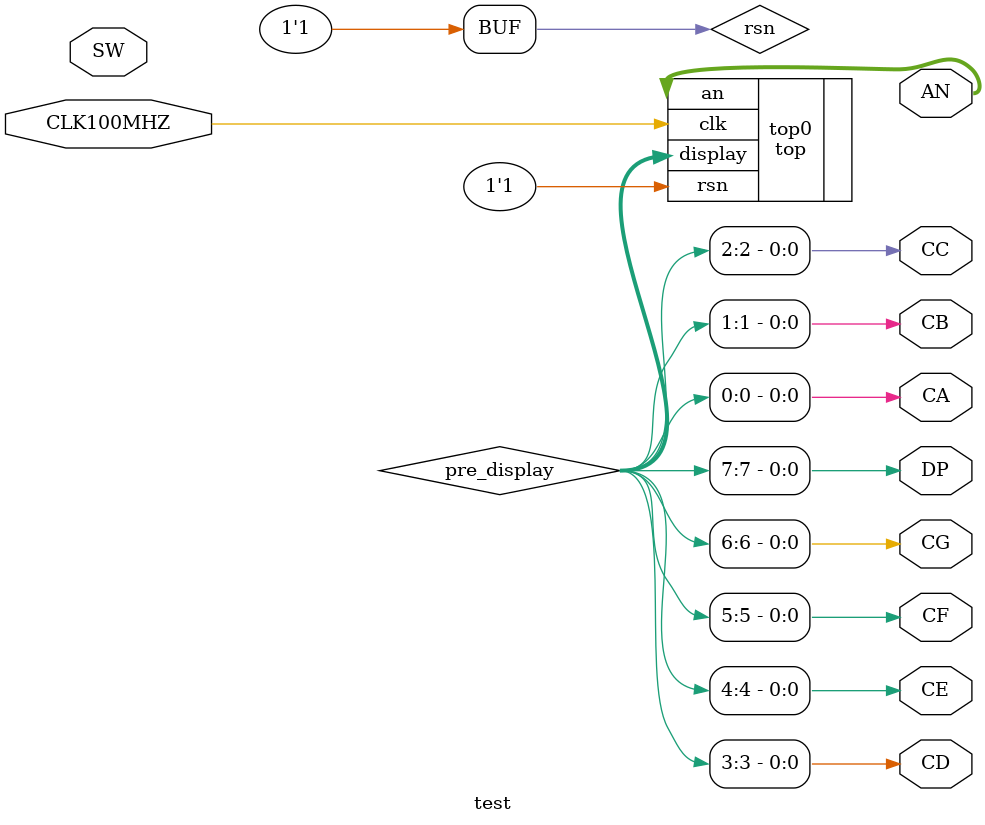
<source format=sv>
`timescale 1ns / 1ps


module test(
        input CLK100MHZ,

        input [15:0] SW,
        output CA,
        output CB,
        output CC,
        output CD,
        output CE,
        output CF,
        output CG,
        output DP,
        output [3:0] AN
        
    );
    
    reg rsn;
    
    wire [7:0] pre_display;
    
    initial
    begin
        rsn <= 0;
        #15
        rsn <= 1;
    end
    
    top top0(
        .clk(CLK100MHZ),
        .rsn(rsn),
        .an(AN),
        .display(pre_display)
    );
    
    assign CA = pre_display[0];
    assign CB = pre_display[1];
    assign CC = pre_display[2];
    assign CD = pre_display[3];
    assign CE = pre_display[4];
    assign CF = pre_display[5];
    assign CG = pre_display[6];
    assign DP = pre_display[7];
    
endmodule

</source>
